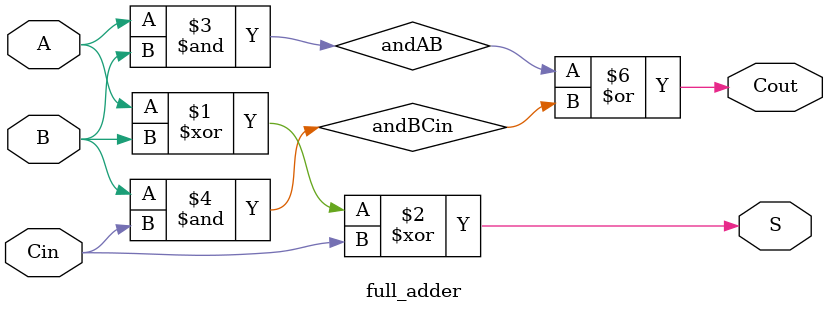
<source format=v>
`timescale 1ns / 1ps
`default_nettype none

module full_adder(S, Cout, A, B, Cin);
//make the module with outputs sum and cout 
//decare the input wires
    input wire A, B, Cin;
    // these are 1 bit
    // now get the outputs
    output wire S, Cout; // 1 bit outputs
    wire andBCin, andACin; // B and Cin, A and Cin, these are internal
    wire andAB; // 1 bit, declare A and B as a wire
    //Now use dataflow for the gate junk'
    assign S = A ^ B ^ Cin; // A XOR B XOR Cin
    assign andAB = A & B; // A AND B 
    assign andBCin = B & Cin; // B AND C 
    assign andACin = A & Cin; // A AND C
 
    assign Cout = andAB | andBCin; // (A AND B) OR (B AND Cin)
    
endmodule 

</source>
